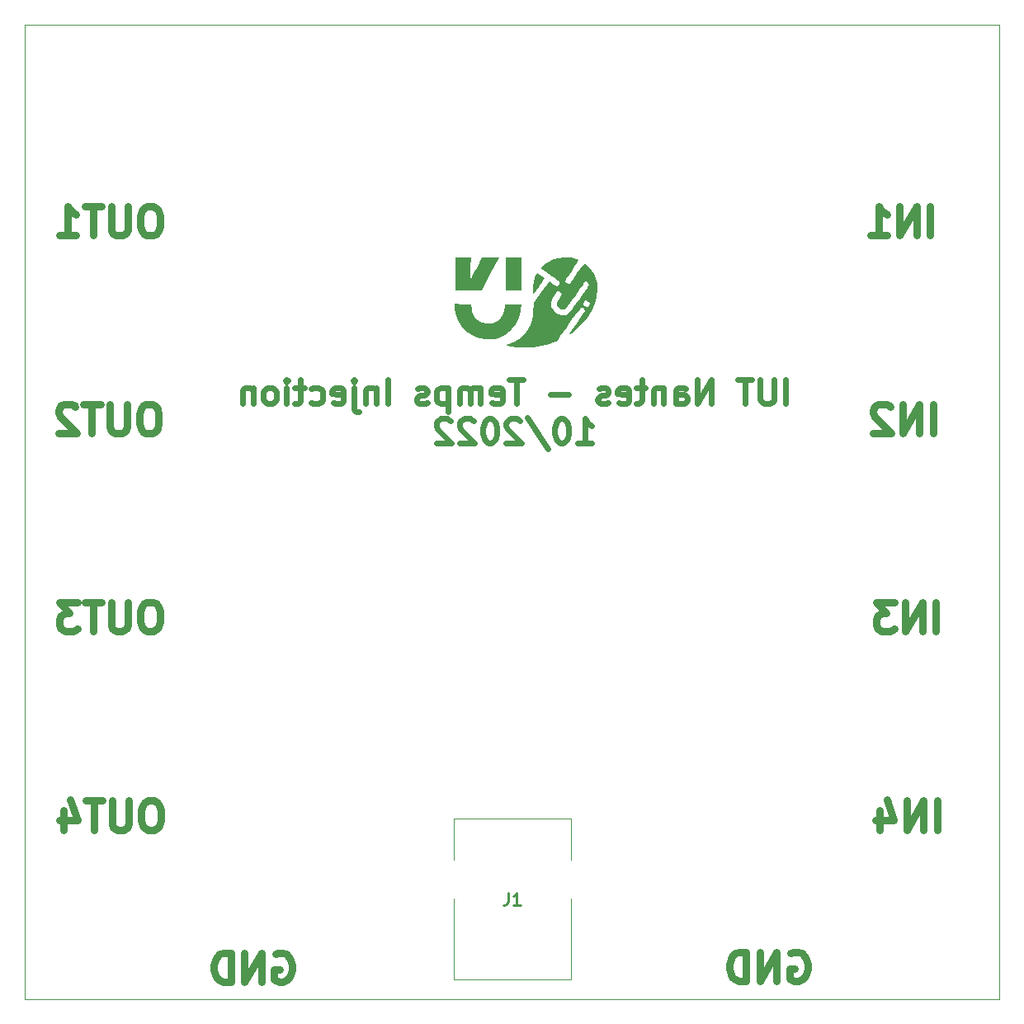
<source format=gbo>
%TF.GenerationSoftware,KiCad,Pcbnew,7.0.10*%
%TF.CreationDate,2024-02-21T11:02:03+01:00*%
%TF.ProjectId,CIFAM,43494641-4d2e-46b6-9963-61645f706362,rev?*%
%TF.SameCoordinates,Original*%
%TF.FileFunction,Legend,Bot*%
%TF.FilePolarity,Positive*%
%FSLAX46Y46*%
G04 Gerber Fmt 4.6, Leading zero omitted, Abs format (unit mm)*
G04 Created by KiCad (PCBNEW 7.0.10) date 2024-02-21 11:02:03*
%MOMM*%
%LPD*%
G01*
G04 APERTURE LIST*
%ADD10C,0.750000*%
%ADD11C,0.625000*%
%ADD12C,0.254000*%
%ADD13C,0.100000*%
%TA.AperFunction,Profile*%
%ADD14C,0.100000*%
%TD*%
G04 APERTURE END LIST*
D10*
X184799999Y-102911357D02*
X184799999Y-99911357D01*
X183371428Y-102911357D02*
X183371428Y-99911357D01*
X183371428Y-99911357D02*
X181657142Y-102911357D01*
X181657142Y-102911357D02*
X181657142Y-99911357D01*
X180514285Y-99911357D02*
X178657142Y-99911357D01*
X178657142Y-99911357D02*
X179657142Y-101054214D01*
X179657142Y-101054214D02*
X179228571Y-101054214D01*
X179228571Y-101054214D02*
X178942857Y-101197071D01*
X178942857Y-101197071D02*
X178799999Y-101339928D01*
X178799999Y-101339928D02*
X178657142Y-101625642D01*
X178657142Y-101625642D02*
X178657142Y-102339928D01*
X178657142Y-102339928D02*
X178799999Y-102625642D01*
X178799999Y-102625642D02*
X178942857Y-102768500D01*
X178942857Y-102768500D02*
X179228571Y-102911357D01*
X179228571Y-102911357D02*
X180085714Y-102911357D01*
X180085714Y-102911357D02*
X180371428Y-102768500D01*
X180371428Y-102768500D02*
X180514285Y-102625642D01*
X104428570Y-99911357D02*
X103857142Y-99911357D01*
X103857142Y-99911357D02*
X103571427Y-100054214D01*
X103571427Y-100054214D02*
X103285713Y-100339928D01*
X103285713Y-100339928D02*
X103142856Y-100911357D01*
X103142856Y-100911357D02*
X103142856Y-101911357D01*
X103142856Y-101911357D02*
X103285713Y-102482785D01*
X103285713Y-102482785D02*
X103571427Y-102768500D01*
X103571427Y-102768500D02*
X103857142Y-102911357D01*
X103857142Y-102911357D02*
X104428570Y-102911357D01*
X104428570Y-102911357D02*
X104714285Y-102768500D01*
X104714285Y-102768500D02*
X104999999Y-102482785D01*
X104999999Y-102482785D02*
X105142856Y-101911357D01*
X105142856Y-101911357D02*
X105142856Y-100911357D01*
X105142856Y-100911357D02*
X104999999Y-100339928D01*
X104999999Y-100339928D02*
X104714285Y-100054214D01*
X104714285Y-100054214D02*
X104428570Y-99911357D01*
X101857142Y-99911357D02*
X101857142Y-102339928D01*
X101857142Y-102339928D02*
X101714285Y-102625642D01*
X101714285Y-102625642D02*
X101571428Y-102768500D01*
X101571428Y-102768500D02*
X101285713Y-102911357D01*
X101285713Y-102911357D02*
X100714285Y-102911357D01*
X100714285Y-102911357D02*
X100428570Y-102768500D01*
X100428570Y-102768500D02*
X100285713Y-102625642D01*
X100285713Y-102625642D02*
X100142856Y-102339928D01*
X100142856Y-102339928D02*
X100142856Y-99911357D01*
X99142856Y-99911357D02*
X97428571Y-99911357D01*
X98285713Y-102911357D02*
X98285713Y-99911357D01*
X96714285Y-99911357D02*
X94857142Y-99911357D01*
X94857142Y-99911357D02*
X95857142Y-101054214D01*
X95857142Y-101054214D02*
X95428571Y-101054214D01*
X95428571Y-101054214D02*
X95142857Y-101197071D01*
X95142857Y-101197071D02*
X94999999Y-101339928D01*
X94999999Y-101339928D02*
X94857142Y-101625642D01*
X94857142Y-101625642D02*
X94857142Y-102339928D01*
X94857142Y-102339928D02*
X94999999Y-102625642D01*
X94999999Y-102625642D02*
X95142857Y-102768500D01*
X95142857Y-102768500D02*
X95428571Y-102911357D01*
X95428571Y-102911357D02*
X96285714Y-102911357D01*
X96285714Y-102911357D02*
X96571428Y-102768500D01*
X96571428Y-102768500D02*
X96714285Y-102625642D01*
X104428570Y-59311357D02*
X103857142Y-59311357D01*
X103857142Y-59311357D02*
X103571427Y-59454214D01*
X103571427Y-59454214D02*
X103285713Y-59739928D01*
X103285713Y-59739928D02*
X103142856Y-60311357D01*
X103142856Y-60311357D02*
X103142856Y-61311357D01*
X103142856Y-61311357D02*
X103285713Y-61882785D01*
X103285713Y-61882785D02*
X103571427Y-62168500D01*
X103571427Y-62168500D02*
X103857142Y-62311357D01*
X103857142Y-62311357D02*
X104428570Y-62311357D01*
X104428570Y-62311357D02*
X104714285Y-62168500D01*
X104714285Y-62168500D02*
X104999999Y-61882785D01*
X104999999Y-61882785D02*
X105142856Y-61311357D01*
X105142856Y-61311357D02*
X105142856Y-60311357D01*
X105142856Y-60311357D02*
X104999999Y-59739928D01*
X104999999Y-59739928D02*
X104714285Y-59454214D01*
X104714285Y-59454214D02*
X104428570Y-59311357D01*
X101857142Y-59311357D02*
X101857142Y-61739928D01*
X101857142Y-61739928D02*
X101714285Y-62025642D01*
X101714285Y-62025642D02*
X101571428Y-62168500D01*
X101571428Y-62168500D02*
X101285713Y-62311357D01*
X101285713Y-62311357D02*
X100714285Y-62311357D01*
X100714285Y-62311357D02*
X100428570Y-62168500D01*
X100428570Y-62168500D02*
X100285713Y-62025642D01*
X100285713Y-62025642D02*
X100142856Y-61739928D01*
X100142856Y-61739928D02*
X100142856Y-59311357D01*
X99142856Y-59311357D02*
X97428571Y-59311357D01*
X98285713Y-62311357D02*
X98285713Y-59311357D01*
X94857142Y-62311357D02*
X96571428Y-62311357D01*
X95714285Y-62311357D02*
X95714285Y-59311357D01*
X95714285Y-59311357D02*
X95999999Y-59739928D01*
X95999999Y-59739928D02*
X96285714Y-60025642D01*
X96285714Y-60025642D02*
X96571428Y-60168500D01*
X169885713Y-135954214D02*
X170171428Y-135811357D01*
X170171428Y-135811357D02*
X170599999Y-135811357D01*
X170599999Y-135811357D02*
X171028570Y-135954214D01*
X171028570Y-135954214D02*
X171314285Y-136239928D01*
X171314285Y-136239928D02*
X171457142Y-136525642D01*
X171457142Y-136525642D02*
X171599999Y-137097071D01*
X171599999Y-137097071D02*
X171599999Y-137525642D01*
X171599999Y-137525642D02*
X171457142Y-138097071D01*
X171457142Y-138097071D02*
X171314285Y-138382785D01*
X171314285Y-138382785D02*
X171028570Y-138668500D01*
X171028570Y-138668500D02*
X170599999Y-138811357D01*
X170599999Y-138811357D02*
X170314285Y-138811357D01*
X170314285Y-138811357D02*
X169885713Y-138668500D01*
X169885713Y-138668500D02*
X169742856Y-138525642D01*
X169742856Y-138525642D02*
X169742856Y-137525642D01*
X169742856Y-137525642D02*
X170314285Y-137525642D01*
X168457142Y-138811357D02*
X168457142Y-135811357D01*
X168457142Y-135811357D02*
X166742856Y-138811357D01*
X166742856Y-138811357D02*
X166742856Y-135811357D01*
X165314285Y-138811357D02*
X165314285Y-135811357D01*
X165314285Y-135811357D02*
X164599999Y-135811357D01*
X164599999Y-135811357D02*
X164171428Y-135954214D01*
X164171428Y-135954214D02*
X163885713Y-136239928D01*
X163885713Y-136239928D02*
X163742856Y-136525642D01*
X163742856Y-136525642D02*
X163599999Y-137097071D01*
X163599999Y-137097071D02*
X163599999Y-137525642D01*
X163599999Y-137525642D02*
X163742856Y-138097071D01*
X163742856Y-138097071D02*
X163885713Y-138382785D01*
X163885713Y-138382785D02*
X164171428Y-138668500D01*
X164171428Y-138668500D02*
X164599999Y-138811357D01*
X164599999Y-138811357D02*
X165314285Y-138811357D01*
X184899999Y-123311357D02*
X184899999Y-120311357D01*
X183471428Y-123311357D02*
X183471428Y-120311357D01*
X183471428Y-120311357D02*
X181757142Y-123311357D01*
X181757142Y-123311357D02*
X181757142Y-120311357D01*
X179042857Y-121311357D02*
X179042857Y-123311357D01*
X179757142Y-120168500D02*
X180471428Y-122311357D01*
X180471428Y-122311357D02*
X178614285Y-122311357D01*
X184199999Y-62311357D02*
X184199999Y-59311357D01*
X182771428Y-62311357D02*
X182771428Y-59311357D01*
X182771428Y-59311357D02*
X181057142Y-62311357D01*
X181057142Y-62311357D02*
X181057142Y-59311357D01*
X178057142Y-62311357D02*
X179771428Y-62311357D01*
X178914285Y-62311357D02*
X178914285Y-59311357D01*
X178914285Y-59311357D02*
X179199999Y-59739928D01*
X179199999Y-59739928D02*
X179485714Y-60025642D01*
X179485714Y-60025642D02*
X179771428Y-60168500D01*
X104528570Y-120311357D02*
X103957142Y-120311357D01*
X103957142Y-120311357D02*
X103671427Y-120454214D01*
X103671427Y-120454214D02*
X103385713Y-120739928D01*
X103385713Y-120739928D02*
X103242856Y-121311357D01*
X103242856Y-121311357D02*
X103242856Y-122311357D01*
X103242856Y-122311357D02*
X103385713Y-122882785D01*
X103385713Y-122882785D02*
X103671427Y-123168500D01*
X103671427Y-123168500D02*
X103957142Y-123311357D01*
X103957142Y-123311357D02*
X104528570Y-123311357D01*
X104528570Y-123311357D02*
X104814285Y-123168500D01*
X104814285Y-123168500D02*
X105099999Y-122882785D01*
X105099999Y-122882785D02*
X105242856Y-122311357D01*
X105242856Y-122311357D02*
X105242856Y-121311357D01*
X105242856Y-121311357D02*
X105099999Y-120739928D01*
X105099999Y-120739928D02*
X104814285Y-120454214D01*
X104814285Y-120454214D02*
X104528570Y-120311357D01*
X101957142Y-120311357D02*
X101957142Y-122739928D01*
X101957142Y-122739928D02*
X101814285Y-123025642D01*
X101814285Y-123025642D02*
X101671428Y-123168500D01*
X101671428Y-123168500D02*
X101385713Y-123311357D01*
X101385713Y-123311357D02*
X100814285Y-123311357D01*
X100814285Y-123311357D02*
X100528570Y-123168500D01*
X100528570Y-123168500D02*
X100385713Y-123025642D01*
X100385713Y-123025642D02*
X100242856Y-122739928D01*
X100242856Y-122739928D02*
X100242856Y-120311357D01*
X99242856Y-120311357D02*
X97528571Y-120311357D01*
X98385713Y-123311357D02*
X98385713Y-120311357D01*
X95242857Y-121311357D02*
X95242857Y-123311357D01*
X95957142Y-120168500D02*
X96671428Y-122311357D01*
X96671428Y-122311357D02*
X94814285Y-122311357D01*
X104328570Y-79611357D02*
X103757142Y-79611357D01*
X103757142Y-79611357D02*
X103471427Y-79754214D01*
X103471427Y-79754214D02*
X103185713Y-80039928D01*
X103185713Y-80039928D02*
X103042856Y-80611357D01*
X103042856Y-80611357D02*
X103042856Y-81611357D01*
X103042856Y-81611357D02*
X103185713Y-82182785D01*
X103185713Y-82182785D02*
X103471427Y-82468500D01*
X103471427Y-82468500D02*
X103757142Y-82611357D01*
X103757142Y-82611357D02*
X104328570Y-82611357D01*
X104328570Y-82611357D02*
X104614285Y-82468500D01*
X104614285Y-82468500D02*
X104899999Y-82182785D01*
X104899999Y-82182785D02*
X105042856Y-81611357D01*
X105042856Y-81611357D02*
X105042856Y-80611357D01*
X105042856Y-80611357D02*
X104899999Y-80039928D01*
X104899999Y-80039928D02*
X104614285Y-79754214D01*
X104614285Y-79754214D02*
X104328570Y-79611357D01*
X101757142Y-79611357D02*
X101757142Y-82039928D01*
X101757142Y-82039928D02*
X101614285Y-82325642D01*
X101614285Y-82325642D02*
X101471428Y-82468500D01*
X101471428Y-82468500D02*
X101185713Y-82611357D01*
X101185713Y-82611357D02*
X100614285Y-82611357D01*
X100614285Y-82611357D02*
X100328570Y-82468500D01*
X100328570Y-82468500D02*
X100185713Y-82325642D01*
X100185713Y-82325642D02*
X100042856Y-82039928D01*
X100042856Y-82039928D02*
X100042856Y-79611357D01*
X99042856Y-79611357D02*
X97328571Y-79611357D01*
X98185713Y-82611357D02*
X98185713Y-79611357D01*
X96471428Y-79897071D02*
X96328571Y-79754214D01*
X96328571Y-79754214D02*
X96042857Y-79611357D01*
X96042857Y-79611357D02*
X95328571Y-79611357D01*
X95328571Y-79611357D02*
X95042857Y-79754214D01*
X95042857Y-79754214D02*
X94899999Y-79897071D01*
X94899999Y-79897071D02*
X94757142Y-80182785D01*
X94757142Y-80182785D02*
X94757142Y-80468500D01*
X94757142Y-80468500D02*
X94899999Y-80897071D01*
X94899999Y-80897071D02*
X96614285Y-82611357D01*
X96614285Y-82611357D02*
X94757142Y-82611357D01*
X116985713Y-136054214D02*
X117271428Y-135911357D01*
X117271428Y-135911357D02*
X117699999Y-135911357D01*
X117699999Y-135911357D02*
X118128570Y-136054214D01*
X118128570Y-136054214D02*
X118414285Y-136339928D01*
X118414285Y-136339928D02*
X118557142Y-136625642D01*
X118557142Y-136625642D02*
X118699999Y-137197071D01*
X118699999Y-137197071D02*
X118699999Y-137625642D01*
X118699999Y-137625642D02*
X118557142Y-138197071D01*
X118557142Y-138197071D02*
X118414285Y-138482785D01*
X118414285Y-138482785D02*
X118128570Y-138768500D01*
X118128570Y-138768500D02*
X117699999Y-138911357D01*
X117699999Y-138911357D02*
X117414285Y-138911357D01*
X117414285Y-138911357D02*
X116985713Y-138768500D01*
X116985713Y-138768500D02*
X116842856Y-138625642D01*
X116842856Y-138625642D02*
X116842856Y-137625642D01*
X116842856Y-137625642D02*
X117414285Y-137625642D01*
X115557142Y-138911357D02*
X115557142Y-135911357D01*
X115557142Y-135911357D02*
X113842856Y-138911357D01*
X113842856Y-138911357D02*
X113842856Y-135911357D01*
X112414285Y-138911357D02*
X112414285Y-135911357D01*
X112414285Y-135911357D02*
X111699999Y-135911357D01*
X111699999Y-135911357D02*
X111271428Y-136054214D01*
X111271428Y-136054214D02*
X110985713Y-136339928D01*
X110985713Y-136339928D02*
X110842856Y-136625642D01*
X110842856Y-136625642D02*
X110699999Y-137197071D01*
X110699999Y-137197071D02*
X110699999Y-137625642D01*
X110699999Y-137625642D02*
X110842856Y-138197071D01*
X110842856Y-138197071D02*
X110985713Y-138482785D01*
X110985713Y-138482785D02*
X111271428Y-138768500D01*
X111271428Y-138768500D02*
X111699999Y-138911357D01*
X111699999Y-138911357D02*
X112414285Y-138911357D01*
X184499999Y-82611357D02*
X184499999Y-79611357D01*
X183071428Y-82611357D02*
X183071428Y-79611357D01*
X183071428Y-79611357D02*
X181357142Y-82611357D01*
X181357142Y-82611357D02*
X181357142Y-79611357D01*
X180071428Y-79897071D02*
X179928571Y-79754214D01*
X179928571Y-79754214D02*
X179642857Y-79611357D01*
X179642857Y-79611357D02*
X178928571Y-79611357D01*
X178928571Y-79611357D02*
X178642857Y-79754214D01*
X178642857Y-79754214D02*
X178499999Y-79897071D01*
X178499999Y-79897071D02*
X178357142Y-80182785D01*
X178357142Y-80182785D02*
X178357142Y-80468500D01*
X178357142Y-80468500D02*
X178499999Y-80897071D01*
X178499999Y-80897071D02*
X180214285Y-82611357D01*
X180214285Y-82611357D02*
X178357142Y-82611357D01*
D11*
X169357142Y-79574047D02*
X169357142Y-77074047D01*
X168166666Y-77074047D02*
X168166666Y-79097857D01*
X168166666Y-79097857D02*
X168047619Y-79335952D01*
X168047619Y-79335952D02*
X167928571Y-79455000D01*
X167928571Y-79455000D02*
X167690476Y-79574047D01*
X167690476Y-79574047D02*
X167214285Y-79574047D01*
X167214285Y-79574047D02*
X166976190Y-79455000D01*
X166976190Y-79455000D02*
X166857143Y-79335952D01*
X166857143Y-79335952D02*
X166738095Y-79097857D01*
X166738095Y-79097857D02*
X166738095Y-77074047D01*
X165904761Y-77074047D02*
X164476190Y-77074047D01*
X165190476Y-79574047D02*
X165190476Y-77074047D01*
X161738094Y-79574047D02*
X161738094Y-77074047D01*
X161738094Y-77074047D02*
X160309523Y-79574047D01*
X160309523Y-79574047D02*
X160309523Y-77074047D01*
X158047618Y-79574047D02*
X158047618Y-78264523D01*
X158047618Y-78264523D02*
X158166665Y-78026428D01*
X158166665Y-78026428D02*
X158404761Y-77907380D01*
X158404761Y-77907380D02*
X158880951Y-77907380D01*
X158880951Y-77907380D02*
X159119046Y-78026428D01*
X158047618Y-79455000D02*
X158285713Y-79574047D01*
X158285713Y-79574047D02*
X158880951Y-79574047D01*
X158880951Y-79574047D02*
X159119046Y-79455000D01*
X159119046Y-79455000D02*
X159238094Y-79216904D01*
X159238094Y-79216904D02*
X159238094Y-78978809D01*
X159238094Y-78978809D02*
X159119046Y-78740714D01*
X159119046Y-78740714D02*
X158880951Y-78621666D01*
X158880951Y-78621666D02*
X158285713Y-78621666D01*
X158285713Y-78621666D02*
X158047618Y-78502619D01*
X156857141Y-77907380D02*
X156857141Y-79574047D01*
X156857141Y-78145476D02*
X156738094Y-78026428D01*
X156738094Y-78026428D02*
X156499999Y-77907380D01*
X156499999Y-77907380D02*
X156142856Y-77907380D01*
X156142856Y-77907380D02*
X155904760Y-78026428D01*
X155904760Y-78026428D02*
X155785713Y-78264523D01*
X155785713Y-78264523D02*
X155785713Y-79574047D01*
X154952379Y-77907380D02*
X153999998Y-77907380D01*
X154595236Y-77074047D02*
X154595236Y-79216904D01*
X154595236Y-79216904D02*
X154476189Y-79455000D01*
X154476189Y-79455000D02*
X154238094Y-79574047D01*
X154238094Y-79574047D02*
X153999998Y-79574047D01*
X152214284Y-79455000D02*
X152452380Y-79574047D01*
X152452380Y-79574047D02*
X152928570Y-79574047D01*
X152928570Y-79574047D02*
X153166665Y-79455000D01*
X153166665Y-79455000D02*
X153285713Y-79216904D01*
X153285713Y-79216904D02*
X153285713Y-78264523D01*
X153285713Y-78264523D02*
X153166665Y-78026428D01*
X153166665Y-78026428D02*
X152928570Y-77907380D01*
X152928570Y-77907380D02*
X152452380Y-77907380D01*
X152452380Y-77907380D02*
X152214284Y-78026428D01*
X152214284Y-78026428D02*
X152095237Y-78264523D01*
X152095237Y-78264523D02*
X152095237Y-78502619D01*
X152095237Y-78502619D02*
X153285713Y-78740714D01*
X151142856Y-79455000D02*
X150904761Y-79574047D01*
X150904761Y-79574047D02*
X150428570Y-79574047D01*
X150428570Y-79574047D02*
X150190475Y-79455000D01*
X150190475Y-79455000D02*
X150071427Y-79216904D01*
X150071427Y-79216904D02*
X150071427Y-79097857D01*
X150071427Y-79097857D02*
X150190475Y-78859761D01*
X150190475Y-78859761D02*
X150428570Y-78740714D01*
X150428570Y-78740714D02*
X150785713Y-78740714D01*
X150785713Y-78740714D02*
X151023808Y-78621666D01*
X151023808Y-78621666D02*
X151142856Y-78383571D01*
X151142856Y-78383571D02*
X151142856Y-78264523D01*
X151142856Y-78264523D02*
X151023808Y-78026428D01*
X151023808Y-78026428D02*
X150785713Y-77907380D01*
X150785713Y-77907380D02*
X150428570Y-77907380D01*
X150428570Y-77907380D02*
X150190475Y-78026428D01*
X147095236Y-78621666D02*
X145190475Y-78621666D01*
X142452379Y-77074047D02*
X141023808Y-77074047D01*
X141738094Y-79574047D02*
X141738094Y-77074047D01*
X139238093Y-79455000D02*
X139476189Y-79574047D01*
X139476189Y-79574047D02*
X139952379Y-79574047D01*
X139952379Y-79574047D02*
X140190474Y-79455000D01*
X140190474Y-79455000D02*
X140309522Y-79216904D01*
X140309522Y-79216904D02*
X140309522Y-78264523D01*
X140309522Y-78264523D02*
X140190474Y-78026428D01*
X140190474Y-78026428D02*
X139952379Y-77907380D01*
X139952379Y-77907380D02*
X139476189Y-77907380D01*
X139476189Y-77907380D02*
X139238093Y-78026428D01*
X139238093Y-78026428D02*
X139119046Y-78264523D01*
X139119046Y-78264523D02*
X139119046Y-78502619D01*
X139119046Y-78502619D02*
X140309522Y-78740714D01*
X138047617Y-79574047D02*
X138047617Y-77907380D01*
X138047617Y-78145476D02*
X137928570Y-78026428D01*
X137928570Y-78026428D02*
X137690475Y-77907380D01*
X137690475Y-77907380D02*
X137333332Y-77907380D01*
X137333332Y-77907380D02*
X137095236Y-78026428D01*
X137095236Y-78026428D02*
X136976189Y-78264523D01*
X136976189Y-78264523D02*
X136976189Y-79574047D01*
X136976189Y-78264523D02*
X136857141Y-78026428D01*
X136857141Y-78026428D02*
X136619046Y-77907380D01*
X136619046Y-77907380D02*
X136261903Y-77907380D01*
X136261903Y-77907380D02*
X136023808Y-78026428D01*
X136023808Y-78026428D02*
X135904760Y-78264523D01*
X135904760Y-78264523D02*
X135904760Y-79574047D01*
X134714284Y-77907380D02*
X134714284Y-80407380D01*
X134714284Y-78026428D02*
X134476189Y-77907380D01*
X134476189Y-77907380D02*
X133999999Y-77907380D01*
X133999999Y-77907380D02*
X133761903Y-78026428D01*
X133761903Y-78026428D02*
X133642856Y-78145476D01*
X133642856Y-78145476D02*
X133523808Y-78383571D01*
X133523808Y-78383571D02*
X133523808Y-79097857D01*
X133523808Y-79097857D02*
X133642856Y-79335952D01*
X133642856Y-79335952D02*
X133761903Y-79455000D01*
X133761903Y-79455000D02*
X133999999Y-79574047D01*
X133999999Y-79574047D02*
X134476189Y-79574047D01*
X134476189Y-79574047D02*
X134714284Y-79455000D01*
X132571427Y-79455000D02*
X132333332Y-79574047D01*
X132333332Y-79574047D02*
X131857141Y-79574047D01*
X131857141Y-79574047D02*
X131619046Y-79455000D01*
X131619046Y-79455000D02*
X131499998Y-79216904D01*
X131499998Y-79216904D02*
X131499998Y-79097857D01*
X131499998Y-79097857D02*
X131619046Y-78859761D01*
X131619046Y-78859761D02*
X131857141Y-78740714D01*
X131857141Y-78740714D02*
X132214284Y-78740714D01*
X132214284Y-78740714D02*
X132452379Y-78621666D01*
X132452379Y-78621666D02*
X132571427Y-78383571D01*
X132571427Y-78383571D02*
X132571427Y-78264523D01*
X132571427Y-78264523D02*
X132452379Y-78026428D01*
X132452379Y-78026428D02*
X132214284Y-77907380D01*
X132214284Y-77907380D02*
X131857141Y-77907380D01*
X131857141Y-77907380D02*
X131619046Y-78026428D01*
X128523807Y-79574047D02*
X128523807Y-77074047D01*
X127333331Y-77907380D02*
X127333331Y-79574047D01*
X127333331Y-78145476D02*
X127214284Y-78026428D01*
X127214284Y-78026428D02*
X126976189Y-77907380D01*
X126976189Y-77907380D02*
X126619046Y-77907380D01*
X126619046Y-77907380D02*
X126380950Y-78026428D01*
X126380950Y-78026428D02*
X126261903Y-78264523D01*
X126261903Y-78264523D02*
X126261903Y-79574047D01*
X125071426Y-77907380D02*
X125071426Y-80050238D01*
X125071426Y-80050238D02*
X125190474Y-80288333D01*
X125190474Y-80288333D02*
X125428569Y-80407380D01*
X125428569Y-80407380D02*
X125547617Y-80407380D01*
X125071426Y-77074047D02*
X125190474Y-77193095D01*
X125190474Y-77193095D02*
X125071426Y-77312142D01*
X125071426Y-77312142D02*
X124952379Y-77193095D01*
X124952379Y-77193095D02*
X125071426Y-77074047D01*
X125071426Y-77074047D02*
X125071426Y-77312142D01*
X122928569Y-79455000D02*
X123166665Y-79574047D01*
X123166665Y-79574047D02*
X123642855Y-79574047D01*
X123642855Y-79574047D02*
X123880950Y-79455000D01*
X123880950Y-79455000D02*
X123999998Y-79216904D01*
X123999998Y-79216904D02*
X123999998Y-78264523D01*
X123999998Y-78264523D02*
X123880950Y-78026428D01*
X123880950Y-78026428D02*
X123642855Y-77907380D01*
X123642855Y-77907380D02*
X123166665Y-77907380D01*
X123166665Y-77907380D02*
X122928569Y-78026428D01*
X122928569Y-78026428D02*
X122809522Y-78264523D01*
X122809522Y-78264523D02*
X122809522Y-78502619D01*
X122809522Y-78502619D02*
X123999998Y-78740714D01*
X120666665Y-79455000D02*
X120904760Y-79574047D01*
X120904760Y-79574047D02*
X121380951Y-79574047D01*
X121380951Y-79574047D02*
X121619046Y-79455000D01*
X121619046Y-79455000D02*
X121738093Y-79335952D01*
X121738093Y-79335952D02*
X121857141Y-79097857D01*
X121857141Y-79097857D02*
X121857141Y-78383571D01*
X121857141Y-78383571D02*
X121738093Y-78145476D01*
X121738093Y-78145476D02*
X121619046Y-78026428D01*
X121619046Y-78026428D02*
X121380951Y-77907380D01*
X121380951Y-77907380D02*
X120904760Y-77907380D01*
X120904760Y-77907380D02*
X120666665Y-78026428D01*
X119952379Y-77907380D02*
X118999998Y-77907380D01*
X119595236Y-77074047D02*
X119595236Y-79216904D01*
X119595236Y-79216904D02*
X119476189Y-79455000D01*
X119476189Y-79455000D02*
X119238094Y-79574047D01*
X119238094Y-79574047D02*
X118999998Y-79574047D01*
X118166665Y-79574047D02*
X118166665Y-77907380D01*
X118166665Y-77074047D02*
X118285713Y-77193095D01*
X118285713Y-77193095D02*
X118166665Y-77312142D01*
X118166665Y-77312142D02*
X118047618Y-77193095D01*
X118047618Y-77193095D02*
X118166665Y-77074047D01*
X118166665Y-77074047D02*
X118166665Y-77312142D01*
X116619047Y-79574047D02*
X116857142Y-79455000D01*
X116857142Y-79455000D02*
X116976189Y-79335952D01*
X116976189Y-79335952D02*
X117095237Y-79097857D01*
X117095237Y-79097857D02*
X117095237Y-78383571D01*
X117095237Y-78383571D02*
X116976189Y-78145476D01*
X116976189Y-78145476D02*
X116857142Y-78026428D01*
X116857142Y-78026428D02*
X116619047Y-77907380D01*
X116619047Y-77907380D02*
X116261904Y-77907380D01*
X116261904Y-77907380D02*
X116023808Y-78026428D01*
X116023808Y-78026428D02*
X115904761Y-78145476D01*
X115904761Y-78145476D02*
X115785713Y-78383571D01*
X115785713Y-78383571D02*
X115785713Y-79097857D01*
X115785713Y-79097857D02*
X115904761Y-79335952D01*
X115904761Y-79335952D02*
X116023808Y-79455000D01*
X116023808Y-79455000D02*
X116261904Y-79574047D01*
X116261904Y-79574047D02*
X116619047Y-79574047D01*
X114714284Y-77907380D02*
X114714284Y-79574047D01*
X114714284Y-78145476D02*
X114595237Y-78026428D01*
X114595237Y-78026428D02*
X114357142Y-77907380D01*
X114357142Y-77907380D02*
X113999999Y-77907380D01*
X113999999Y-77907380D02*
X113761903Y-78026428D01*
X113761903Y-78026428D02*
X113642856Y-78264523D01*
X113642856Y-78264523D02*
X113642856Y-79574047D01*
X148047618Y-83599047D02*
X149476189Y-83599047D01*
X148761903Y-83599047D02*
X148761903Y-81099047D01*
X148761903Y-81099047D02*
X148999999Y-81456190D01*
X148999999Y-81456190D02*
X149238094Y-81694285D01*
X149238094Y-81694285D02*
X149476189Y-81813333D01*
X146499999Y-81099047D02*
X146261904Y-81099047D01*
X146261904Y-81099047D02*
X146023808Y-81218095D01*
X146023808Y-81218095D02*
X145904761Y-81337142D01*
X145904761Y-81337142D02*
X145785713Y-81575238D01*
X145785713Y-81575238D02*
X145666666Y-82051428D01*
X145666666Y-82051428D02*
X145666666Y-82646666D01*
X145666666Y-82646666D02*
X145785713Y-83122857D01*
X145785713Y-83122857D02*
X145904761Y-83360952D01*
X145904761Y-83360952D02*
X146023808Y-83480000D01*
X146023808Y-83480000D02*
X146261904Y-83599047D01*
X146261904Y-83599047D02*
X146499999Y-83599047D01*
X146499999Y-83599047D02*
X146738094Y-83480000D01*
X146738094Y-83480000D02*
X146857142Y-83360952D01*
X146857142Y-83360952D02*
X146976189Y-83122857D01*
X146976189Y-83122857D02*
X147095237Y-82646666D01*
X147095237Y-82646666D02*
X147095237Y-82051428D01*
X147095237Y-82051428D02*
X146976189Y-81575238D01*
X146976189Y-81575238D02*
X146857142Y-81337142D01*
X146857142Y-81337142D02*
X146738094Y-81218095D01*
X146738094Y-81218095D02*
X146499999Y-81099047D01*
X142809523Y-80980000D02*
X144952380Y-84194285D01*
X142095237Y-81337142D02*
X141976189Y-81218095D01*
X141976189Y-81218095D02*
X141738094Y-81099047D01*
X141738094Y-81099047D02*
X141142856Y-81099047D01*
X141142856Y-81099047D02*
X140904761Y-81218095D01*
X140904761Y-81218095D02*
X140785713Y-81337142D01*
X140785713Y-81337142D02*
X140666666Y-81575238D01*
X140666666Y-81575238D02*
X140666666Y-81813333D01*
X140666666Y-81813333D02*
X140785713Y-82170476D01*
X140785713Y-82170476D02*
X142214285Y-83599047D01*
X142214285Y-83599047D02*
X140666666Y-83599047D01*
X139119047Y-81099047D02*
X138880952Y-81099047D01*
X138880952Y-81099047D02*
X138642856Y-81218095D01*
X138642856Y-81218095D02*
X138523809Y-81337142D01*
X138523809Y-81337142D02*
X138404761Y-81575238D01*
X138404761Y-81575238D02*
X138285714Y-82051428D01*
X138285714Y-82051428D02*
X138285714Y-82646666D01*
X138285714Y-82646666D02*
X138404761Y-83122857D01*
X138404761Y-83122857D02*
X138523809Y-83360952D01*
X138523809Y-83360952D02*
X138642856Y-83480000D01*
X138642856Y-83480000D02*
X138880952Y-83599047D01*
X138880952Y-83599047D02*
X139119047Y-83599047D01*
X139119047Y-83599047D02*
X139357142Y-83480000D01*
X139357142Y-83480000D02*
X139476190Y-83360952D01*
X139476190Y-83360952D02*
X139595237Y-83122857D01*
X139595237Y-83122857D02*
X139714285Y-82646666D01*
X139714285Y-82646666D02*
X139714285Y-82051428D01*
X139714285Y-82051428D02*
X139595237Y-81575238D01*
X139595237Y-81575238D02*
X139476190Y-81337142D01*
X139476190Y-81337142D02*
X139357142Y-81218095D01*
X139357142Y-81218095D02*
X139119047Y-81099047D01*
X137333333Y-81337142D02*
X137214285Y-81218095D01*
X137214285Y-81218095D02*
X136976190Y-81099047D01*
X136976190Y-81099047D02*
X136380952Y-81099047D01*
X136380952Y-81099047D02*
X136142857Y-81218095D01*
X136142857Y-81218095D02*
X136023809Y-81337142D01*
X136023809Y-81337142D02*
X135904762Y-81575238D01*
X135904762Y-81575238D02*
X135904762Y-81813333D01*
X135904762Y-81813333D02*
X136023809Y-82170476D01*
X136023809Y-82170476D02*
X137452381Y-83599047D01*
X137452381Y-83599047D02*
X135904762Y-83599047D01*
X134952381Y-81337142D02*
X134833333Y-81218095D01*
X134833333Y-81218095D02*
X134595238Y-81099047D01*
X134595238Y-81099047D02*
X134000000Y-81099047D01*
X134000000Y-81099047D02*
X133761905Y-81218095D01*
X133761905Y-81218095D02*
X133642857Y-81337142D01*
X133642857Y-81337142D02*
X133523810Y-81575238D01*
X133523810Y-81575238D02*
X133523810Y-81813333D01*
X133523810Y-81813333D02*
X133642857Y-82170476D01*
X133642857Y-82170476D02*
X135071429Y-83599047D01*
X135071429Y-83599047D02*
X133523810Y-83599047D01*
D12*
X140876667Y-129716818D02*
X140876667Y-130623961D01*
X140876667Y-130623961D02*
X140816190Y-130805389D01*
X140816190Y-130805389D02*
X140695238Y-130926342D01*
X140695238Y-130926342D02*
X140513809Y-130986818D01*
X140513809Y-130986818D02*
X140392857Y-130986818D01*
X142146667Y-130986818D02*
X141420952Y-130986818D01*
X141783809Y-130986818D02*
X141783809Y-129716818D01*
X141783809Y-129716818D02*
X141662857Y-129898246D01*
X141662857Y-129898246D02*
X141541905Y-130019199D01*
X141541905Y-130019199D02*
X141420952Y-130079675D01*
D13*
%TO.C,J1*%
X135280000Y-122162500D02*
X147320000Y-122162500D01*
X135280000Y-130382500D02*
X135280000Y-138662500D01*
X135280000Y-126382500D02*
X135280000Y-122162500D01*
X147320000Y-122162500D02*
X147320000Y-126382500D01*
X135280000Y-138662500D02*
X147320000Y-138662500D01*
X147320000Y-138662500D02*
X147320000Y-130382500D01*
%TO.C,G\u002A\u002A\u002A*%
G36*
X150077176Y-67850682D02*
G01*
X149992341Y-68585144D01*
X149783783Y-69313216D01*
X149778438Y-69331877D01*
X149442920Y-70070443D01*
X148993240Y-70780406D01*
X148436852Y-71441328D01*
X147781209Y-72032771D01*
X147651446Y-72132808D01*
X147405575Y-72313133D01*
X147228068Y-72430498D01*
X147150657Y-72463242D01*
X147164709Y-72423066D01*
X147257842Y-72264308D01*
X147423234Y-72007836D01*
X147645457Y-71677382D01*
X147909081Y-71296681D01*
X148087284Y-71042258D01*
X148340857Y-70678623D01*
X148550994Y-70375333D01*
X148699680Y-70158427D01*
X148768899Y-70053943D01*
X148781109Y-70013526D01*
X148728877Y-69879773D01*
X148591330Y-69758045D01*
X148421872Y-69702435D01*
X148373609Y-69740693D01*
X148236300Y-69900005D01*
X148028306Y-70165837D01*
X147763906Y-70519368D01*
X147457382Y-70941777D01*
X147123013Y-71414243D01*
X146871923Y-71771308D01*
X146555566Y-72215282D01*
X146277621Y-72598667D01*
X146052553Y-72901783D01*
X145894826Y-73104951D01*
X145818904Y-73188493D01*
X145768870Y-73213883D01*
X145509114Y-73311451D01*
X145140728Y-73420641D01*
X144708871Y-73530504D01*
X144258700Y-73630091D01*
X143835373Y-73708451D01*
X143484046Y-73754636D01*
X142813306Y-73789924D01*
X141924450Y-73765954D01*
X141115127Y-73662681D01*
X140651208Y-73574341D01*
X141164645Y-73388430D01*
X141620906Y-73186946D01*
X142238317Y-72766390D01*
X142749678Y-72214614D01*
X143151978Y-71534427D01*
X143285505Y-71222232D01*
X143378398Y-70918010D01*
X143436204Y-70576323D01*
X143474050Y-70131272D01*
X143526380Y-69306432D01*
X143564903Y-69251274D01*
X145293615Y-69251274D01*
X145339315Y-69616497D01*
X145524220Y-69959746D01*
X145826881Y-70236722D01*
X145901587Y-70282380D01*
X146171774Y-70417200D01*
X146405046Y-70495480D01*
X146452929Y-70503798D01*
X146641185Y-70510941D01*
X146822512Y-70462595D01*
X147013066Y-70344104D01*
X147229002Y-70140809D01*
X147486478Y-69838054D01*
X147801648Y-69421181D01*
X147870742Y-69324269D01*
X148597210Y-69324269D01*
X148611398Y-69424870D01*
X148744118Y-69541463D01*
X148818723Y-69597821D01*
X148968853Y-69681679D01*
X149074822Y-69643847D01*
X149199737Y-69475139D01*
X149292883Y-69313216D01*
X149278695Y-69212615D01*
X149145975Y-69096022D01*
X149071370Y-69039664D01*
X148921240Y-68955806D01*
X148815271Y-68993638D01*
X148690356Y-69162346D01*
X148597210Y-69324269D01*
X147870742Y-69324269D01*
X148190669Y-68875535D01*
X148244386Y-68798883D01*
X148540140Y-68374181D01*
X148799950Y-67996734D01*
X149008364Y-67689295D01*
X149149933Y-67474621D01*
X149209206Y-67375465D01*
X149208262Y-67343345D01*
X149133630Y-67229480D01*
X149000847Y-67103244D01*
X148865066Y-67012425D01*
X148781439Y-67004811D01*
X148778952Y-67008206D01*
X148711682Y-67104258D01*
X148565462Y-67314505D01*
X148355202Y-67617463D01*
X148095816Y-67991648D01*
X147802216Y-68415577D01*
X147600412Y-68703856D01*
X147256869Y-69176559D01*
X146976366Y-69536726D01*
X146767366Y-69773732D01*
X146638331Y-69876952D01*
X146584811Y-69893684D01*
X146311125Y-69886037D01*
X146065094Y-69749422D01*
X145905186Y-69512876D01*
X145879007Y-69413445D01*
X145887445Y-69264129D01*
X145966613Y-69073233D01*
X146131401Y-68793406D01*
X146438083Y-68302743D01*
X146252231Y-68156458D01*
X146112058Y-68056784D01*
X146013190Y-68008292D01*
X145931618Y-68070444D01*
X145798813Y-68242430D01*
X145643282Y-68480991D01*
X145491636Y-68742696D01*
X145370484Y-68984111D01*
X145306438Y-69161805D01*
X145293615Y-69251274D01*
X143564903Y-69251274D01*
X144329842Y-68156021D01*
X145133304Y-67005611D01*
X145468355Y-67252010D01*
X145582692Y-67332230D01*
X145779424Y-67451488D01*
X145899419Y-67498409D01*
X145908467Y-67497881D01*
X146020548Y-67423802D01*
X146117918Y-67271843D01*
X146167756Y-67109950D01*
X146137241Y-67006069D01*
X145985954Y-66906839D01*
X145699521Y-66711221D01*
X145377052Y-66484413D01*
X145047745Y-66247699D01*
X144740796Y-66022361D01*
X144485399Y-65829682D01*
X144310751Y-65690946D01*
X144246046Y-65627435D01*
X144248114Y-65614733D01*
X144338452Y-65499622D01*
X144535780Y-65336171D01*
X144803255Y-65150296D01*
X145104031Y-64967909D01*
X145401265Y-64814925D01*
X145523217Y-64762177D01*
X145994987Y-64619049D01*
X146543365Y-64551874D01*
X146580179Y-64549937D01*
X146973025Y-64549856D01*
X147363597Y-64581270D01*
X147710149Y-64637582D01*
X147970937Y-64712196D01*
X148104214Y-64798515D01*
X148104683Y-64816362D01*
X148045319Y-64950235D01*
X147908215Y-65184831D01*
X147709738Y-65493215D01*
X147466252Y-65848454D01*
X147386281Y-65962282D01*
X147143469Y-66312440D01*
X146941502Y-66610431D01*
X146799545Y-66827693D01*
X146736760Y-66935664D01*
X146738644Y-66974165D01*
X146814792Y-67092326D01*
X146945543Y-67220233D01*
X147077849Y-67310233D01*
X147158665Y-67314674D01*
X147551254Y-66747682D01*
X147946842Y-66182627D01*
X148268169Y-65731309D01*
X148510327Y-65400525D01*
X148668412Y-65197071D01*
X148737516Y-65127742D01*
X148751252Y-65129798D01*
X148877613Y-65216072D01*
X149062061Y-65403660D01*
X149276197Y-65657319D01*
X149491624Y-65941804D01*
X149679946Y-66221869D01*
X149812765Y-66462270D01*
X149829826Y-66500319D01*
X150025489Y-67148928D01*
X150042174Y-67375465D01*
X150077176Y-67850682D01*
G37*
G36*
X142214046Y-67921743D02*
G01*
X140605380Y-67921743D01*
X140605380Y-64535076D01*
X142214046Y-64535076D01*
X142214046Y-67921743D01*
G37*
G36*
X144669185Y-66671655D02*
G01*
X144388487Y-67063865D01*
X144243970Y-67265746D01*
X144003655Y-67601333D01*
X143774751Y-67920874D01*
X143441713Y-68385672D01*
X143412205Y-68090207D01*
X143407158Y-67907898D01*
X143439739Y-67526431D01*
X143511965Y-67105099D01*
X143610832Y-66713636D01*
X143723338Y-66421773D01*
X143866433Y-66149471D01*
X144669185Y-66671655D01*
G37*
G36*
X136277159Y-69345316D02*
G01*
X137113975Y-69371890D01*
X137152389Y-69835118D01*
X137212351Y-70168450D01*
X137423154Y-70627924D01*
X137759526Y-70993970D01*
X138202049Y-71247707D01*
X138731308Y-71370258D01*
X138990921Y-71373469D01*
X139262371Y-71312780D01*
X139589380Y-71166392D01*
X139655682Y-71131741D01*
X139928539Y-70960073D01*
X140117448Y-70760564D01*
X140287880Y-70467727D01*
X140366281Y-70295679D01*
X140478007Y-69960922D01*
X140520713Y-69684560D01*
X140520713Y-69361076D01*
X142237431Y-69361076D01*
X142180058Y-69932576D01*
X142166293Y-70046804D01*
X141995614Y-70727499D01*
X141691069Y-71377377D01*
X141279162Y-71937455D01*
X141008243Y-72184922D01*
X140540640Y-72498354D01*
X140017615Y-72753244D01*
X139504713Y-72913539D01*
X139272014Y-72950413D01*
X138621073Y-72955542D01*
X137950380Y-72839149D01*
X137315545Y-72613875D01*
X136772178Y-72292363D01*
X136517057Y-72073364D01*
X136078382Y-71559031D01*
X135738472Y-70966387D01*
X135518723Y-70336888D01*
X135440529Y-69711991D01*
X135440344Y-69318743D01*
X136277159Y-69345316D01*
G37*
G36*
X137032920Y-65635891D02*
G01*
X137031118Y-65717835D01*
X137026161Y-66116462D01*
X137028348Y-66440061D01*
X137037136Y-66657228D01*
X137051981Y-66736557D01*
X137065265Y-66723590D01*
X137143332Y-66596222D01*
X137275068Y-66354580D01*
X137446098Y-66025481D01*
X137642046Y-65635743D01*
X138187178Y-64535076D01*
X139941179Y-64535076D01*
X139066779Y-66228364D01*
X138192380Y-67921653D01*
X136816546Y-67921698D01*
X135440713Y-67921743D01*
X135440713Y-64535076D01*
X137058794Y-64535076D01*
X137032920Y-65635891D01*
G37*
%TD*%
D14*
X191300000Y-140662500D02*
X91300000Y-140662500D01*
X91300000Y-40662500D02*
X191300000Y-40662500D01*
X91300000Y-140662500D02*
X91300000Y-40662500D01*
X191300000Y-40662500D02*
X191300000Y-140662500D01*
M02*

</source>
